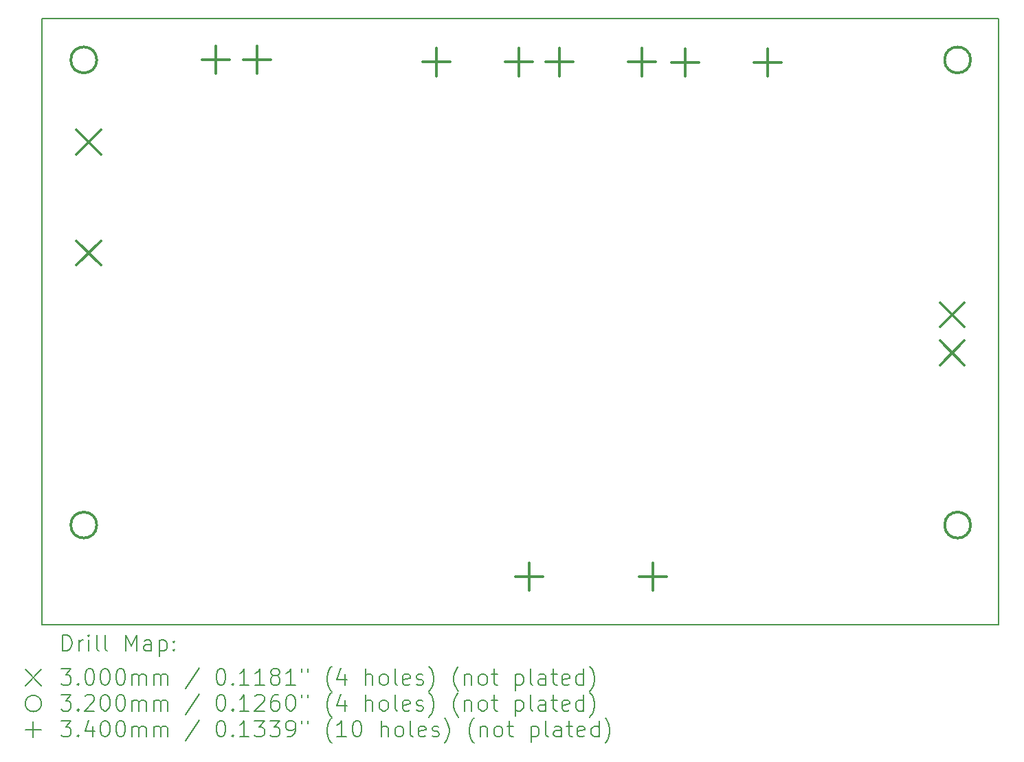
<source format=gbr>
%TF.GenerationSoftware,KiCad,Pcbnew,9.0.1*%
%TF.CreationDate,2025-06-09T14:32:22-07:00*%
%TF.ProjectId,chop-controller-heat-v2,63686f70-2d63-46f6-9e74-726f6c6c6572,rev?*%
%TF.SameCoordinates,Original*%
%TF.FileFunction,Drillmap*%
%TF.FilePolarity,Positive*%
%FSLAX45Y45*%
G04 Gerber Fmt 4.5, Leading zero omitted, Abs format (unit mm)*
G04 Created by KiCad (PCBNEW 9.0.1) date 2025-06-09 14:32:22*
%MOMM*%
%LPD*%
G01*
G04 APERTURE LIST*
%ADD10C,0.200000*%
%ADD11C,0.300000*%
%ADD12C,0.320000*%
%ADD13C,0.340000*%
G04 APERTURE END LIST*
D10*
X8502664Y-4891532D02*
X20288264Y-4891532D01*
X20288264Y-12369532D01*
X8502664Y-12369532D01*
X8502664Y-4891532D01*
D11*
X8922680Y-6265280D02*
X9222680Y-6565280D01*
X9222680Y-6265280D02*
X8922680Y-6565280D01*
X8922680Y-7635280D02*
X9222680Y-7935280D01*
X9222680Y-7635280D02*
X8922680Y-7935280D01*
X19562400Y-8396000D02*
X19862400Y-8696000D01*
X19862400Y-8396000D02*
X19562400Y-8696000D01*
X19562400Y-8866000D02*
X19862400Y-9166000D01*
X19862400Y-8866000D02*
X19562400Y-9166000D01*
D12*
X9174080Y-5402200D02*
G75*
G02*
X8854080Y-5402200I-160000J0D01*
G01*
X8854080Y-5402200D02*
G75*
G02*
X9174080Y-5402200I160000J0D01*
G01*
X9174080Y-11138700D02*
G75*
G02*
X8854080Y-11138700I-160000J0D01*
G01*
X8854080Y-11138700D02*
G75*
G02*
X9174080Y-11138700I160000J0D01*
G01*
X19939360Y-5402200D02*
G75*
G02*
X19619360Y-5402200I-160000J0D01*
G01*
X19619360Y-5402200D02*
G75*
G02*
X19939360Y-5402200I160000J0D01*
G01*
X19939360Y-11138700D02*
G75*
G02*
X19619360Y-11138700I-160000J0D01*
G01*
X19619360Y-11138700D02*
G75*
G02*
X19939360Y-11138700I160000J0D01*
G01*
D13*
X10642564Y-5226932D02*
X10642564Y-5566932D01*
X10472564Y-5396932D02*
X10812564Y-5396932D01*
X11150564Y-5226932D02*
X11150564Y-5566932D01*
X10980564Y-5396932D02*
X11320564Y-5396932D01*
X13355764Y-5259332D02*
X13355764Y-5599332D01*
X13185764Y-5429332D02*
X13525764Y-5429332D01*
X14371764Y-5259332D02*
X14371764Y-5599332D01*
X14201764Y-5429332D02*
X14541764Y-5429332D01*
X14505040Y-11603900D02*
X14505040Y-11943900D01*
X14335040Y-11773900D02*
X14675040Y-11773900D01*
X14876364Y-5259332D02*
X14876364Y-5599332D01*
X14706364Y-5429332D02*
X15046364Y-5429332D01*
X15892364Y-5259332D02*
X15892364Y-5599332D01*
X15722364Y-5429332D02*
X16062364Y-5429332D01*
X16029040Y-11603900D02*
X16029040Y-11943900D01*
X15859040Y-11773900D02*
X16199040Y-11773900D01*
X16424089Y-5264407D02*
X16424089Y-5604407D01*
X16254089Y-5434407D02*
X16594089Y-5434407D01*
X17440089Y-5264407D02*
X17440089Y-5604407D01*
X17270089Y-5434407D02*
X17610089Y-5434407D01*
D10*
X8753441Y-12691016D02*
X8753441Y-12491016D01*
X8753441Y-12491016D02*
X8801060Y-12491016D01*
X8801060Y-12491016D02*
X8829631Y-12500540D01*
X8829631Y-12500540D02*
X8848679Y-12519587D01*
X8848679Y-12519587D02*
X8858203Y-12538635D01*
X8858203Y-12538635D02*
X8867726Y-12576730D01*
X8867726Y-12576730D02*
X8867726Y-12605302D01*
X8867726Y-12605302D02*
X8858203Y-12643397D01*
X8858203Y-12643397D02*
X8848679Y-12662444D01*
X8848679Y-12662444D02*
X8829631Y-12681492D01*
X8829631Y-12681492D02*
X8801060Y-12691016D01*
X8801060Y-12691016D02*
X8753441Y-12691016D01*
X8953441Y-12691016D02*
X8953441Y-12557683D01*
X8953441Y-12595778D02*
X8962964Y-12576730D01*
X8962964Y-12576730D02*
X8972488Y-12567206D01*
X8972488Y-12567206D02*
X8991536Y-12557683D01*
X8991536Y-12557683D02*
X9010584Y-12557683D01*
X9077250Y-12691016D02*
X9077250Y-12557683D01*
X9077250Y-12491016D02*
X9067726Y-12500540D01*
X9067726Y-12500540D02*
X9077250Y-12510064D01*
X9077250Y-12510064D02*
X9086774Y-12500540D01*
X9086774Y-12500540D02*
X9077250Y-12491016D01*
X9077250Y-12491016D02*
X9077250Y-12510064D01*
X9201060Y-12691016D02*
X9182012Y-12681492D01*
X9182012Y-12681492D02*
X9172488Y-12662444D01*
X9172488Y-12662444D02*
X9172488Y-12491016D01*
X9305822Y-12691016D02*
X9286774Y-12681492D01*
X9286774Y-12681492D02*
X9277250Y-12662444D01*
X9277250Y-12662444D02*
X9277250Y-12491016D01*
X9534393Y-12691016D02*
X9534393Y-12491016D01*
X9534393Y-12491016D02*
X9601060Y-12633873D01*
X9601060Y-12633873D02*
X9667726Y-12491016D01*
X9667726Y-12491016D02*
X9667726Y-12691016D01*
X9848679Y-12691016D02*
X9848679Y-12586254D01*
X9848679Y-12586254D02*
X9839155Y-12567206D01*
X9839155Y-12567206D02*
X9820107Y-12557683D01*
X9820107Y-12557683D02*
X9782012Y-12557683D01*
X9782012Y-12557683D02*
X9762964Y-12567206D01*
X9848679Y-12681492D02*
X9829631Y-12691016D01*
X9829631Y-12691016D02*
X9782012Y-12691016D01*
X9782012Y-12691016D02*
X9762964Y-12681492D01*
X9762964Y-12681492D02*
X9753441Y-12662444D01*
X9753441Y-12662444D02*
X9753441Y-12643397D01*
X9753441Y-12643397D02*
X9762964Y-12624349D01*
X9762964Y-12624349D02*
X9782012Y-12614825D01*
X9782012Y-12614825D02*
X9829631Y-12614825D01*
X9829631Y-12614825D02*
X9848679Y-12605302D01*
X9943917Y-12557683D02*
X9943917Y-12757683D01*
X9943917Y-12567206D02*
X9962964Y-12557683D01*
X9962964Y-12557683D02*
X10001060Y-12557683D01*
X10001060Y-12557683D02*
X10020107Y-12567206D01*
X10020107Y-12567206D02*
X10029631Y-12576730D01*
X10029631Y-12576730D02*
X10039155Y-12595778D01*
X10039155Y-12595778D02*
X10039155Y-12652921D01*
X10039155Y-12652921D02*
X10029631Y-12671968D01*
X10029631Y-12671968D02*
X10020107Y-12681492D01*
X10020107Y-12681492D02*
X10001060Y-12691016D01*
X10001060Y-12691016D02*
X9962964Y-12691016D01*
X9962964Y-12691016D02*
X9943917Y-12681492D01*
X10124869Y-12671968D02*
X10134393Y-12681492D01*
X10134393Y-12681492D02*
X10124869Y-12691016D01*
X10124869Y-12691016D02*
X10115345Y-12681492D01*
X10115345Y-12681492D02*
X10124869Y-12671968D01*
X10124869Y-12671968D02*
X10124869Y-12691016D01*
X10124869Y-12567206D02*
X10134393Y-12576730D01*
X10134393Y-12576730D02*
X10124869Y-12586254D01*
X10124869Y-12586254D02*
X10115345Y-12576730D01*
X10115345Y-12576730D02*
X10124869Y-12567206D01*
X10124869Y-12567206D02*
X10124869Y-12586254D01*
X8292664Y-12919532D02*
X8492664Y-13119532D01*
X8492664Y-12919532D02*
X8292664Y-13119532D01*
X8734393Y-12911016D02*
X8858203Y-12911016D01*
X8858203Y-12911016D02*
X8791536Y-12987206D01*
X8791536Y-12987206D02*
X8820107Y-12987206D01*
X8820107Y-12987206D02*
X8839155Y-12996730D01*
X8839155Y-12996730D02*
X8848679Y-13006254D01*
X8848679Y-13006254D02*
X8858203Y-13025302D01*
X8858203Y-13025302D02*
X8858203Y-13072921D01*
X8858203Y-13072921D02*
X8848679Y-13091968D01*
X8848679Y-13091968D02*
X8839155Y-13101492D01*
X8839155Y-13101492D02*
X8820107Y-13111016D01*
X8820107Y-13111016D02*
X8762964Y-13111016D01*
X8762964Y-13111016D02*
X8743917Y-13101492D01*
X8743917Y-13101492D02*
X8734393Y-13091968D01*
X8943917Y-13091968D02*
X8953441Y-13101492D01*
X8953441Y-13101492D02*
X8943917Y-13111016D01*
X8943917Y-13111016D02*
X8934393Y-13101492D01*
X8934393Y-13101492D02*
X8943917Y-13091968D01*
X8943917Y-13091968D02*
X8943917Y-13111016D01*
X9077250Y-12911016D02*
X9096298Y-12911016D01*
X9096298Y-12911016D02*
X9115345Y-12920540D01*
X9115345Y-12920540D02*
X9124869Y-12930064D01*
X9124869Y-12930064D02*
X9134393Y-12949111D01*
X9134393Y-12949111D02*
X9143917Y-12987206D01*
X9143917Y-12987206D02*
X9143917Y-13034825D01*
X9143917Y-13034825D02*
X9134393Y-13072921D01*
X9134393Y-13072921D02*
X9124869Y-13091968D01*
X9124869Y-13091968D02*
X9115345Y-13101492D01*
X9115345Y-13101492D02*
X9096298Y-13111016D01*
X9096298Y-13111016D02*
X9077250Y-13111016D01*
X9077250Y-13111016D02*
X9058203Y-13101492D01*
X9058203Y-13101492D02*
X9048679Y-13091968D01*
X9048679Y-13091968D02*
X9039155Y-13072921D01*
X9039155Y-13072921D02*
X9029631Y-13034825D01*
X9029631Y-13034825D02*
X9029631Y-12987206D01*
X9029631Y-12987206D02*
X9039155Y-12949111D01*
X9039155Y-12949111D02*
X9048679Y-12930064D01*
X9048679Y-12930064D02*
X9058203Y-12920540D01*
X9058203Y-12920540D02*
X9077250Y-12911016D01*
X9267726Y-12911016D02*
X9286774Y-12911016D01*
X9286774Y-12911016D02*
X9305822Y-12920540D01*
X9305822Y-12920540D02*
X9315345Y-12930064D01*
X9315345Y-12930064D02*
X9324869Y-12949111D01*
X9324869Y-12949111D02*
X9334393Y-12987206D01*
X9334393Y-12987206D02*
X9334393Y-13034825D01*
X9334393Y-13034825D02*
X9324869Y-13072921D01*
X9324869Y-13072921D02*
X9315345Y-13091968D01*
X9315345Y-13091968D02*
X9305822Y-13101492D01*
X9305822Y-13101492D02*
X9286774Y-13111016D01*
X9286774Y-13111016D02*
X9267726Y-13111016D01*
X9267726Y-13111016D02*
X9248679Y-13101492D01*
X9248679Y-13101492D02*
X9239155Y-13091968D01*
X9239155Y-13091968D02*
X9229631Y-13072921D01*
X9229631Y-13072921D02*
X9220107Y-13034825D01*
X9220107Y-13034825D02*
X9220107Y-12987206D01*
X9220107Y-12987206D02*
X9229631Y-12949111D01*
X9229631Y-12949111D02*
X9239155Y-12930064D01*
X9239155Y-12930064D02*
X9248679Y-12920540D01*
X9248679Y-12920540D02*
X9267726Y-12911016D01*
X9458203Y-12911016D02*
X9477250Y-12911016D01*
X9477250Y-12911016D02*
X9496298Y-12920540D01*
X9496298Y-12920540D02*
X9505822Y-12930064D01*
X9505822Y-12930064D02*
X9515345Y-12949111D01*
X9515345Y-12949111D02*
X9524869Y-12987206D01*
X9524869Y-12987206D02*
X9524869Y-13034825D01*
X9524869Y-13034825D02*
X9515345Y-13072921D01*
X9515345Y-13072921D02*
X9505822Y-13091968D01*
X9505822Y-13091968D02*
X9496298Y-13101492D01*
X9496298Y-13101492D02*
X9477250Y-13111016D01*
X9477250Y-13111016D02*
X9458203Y-13111016D01*
X9458203Y-13111016D02*
X9439155Y-13101492D01*
X9439155Y-13101492D02*
X9429631Y-13091968D01*
X9429631Y-13091968D02*
X9420107Y-13072921D01*
X9420107Y-13072921D02*
X9410584Y-13034825D01*
X9410584Y-13034825D02*
X9410584Y-12987206D01*
X9410584Y-12987206D02*
X9420107Y-12949111D01*
X9420107Y-12949111D02*
X9429631Y-12930064D01*
X9429631Y-12930064D02*
X9439155Y-12920540D01*
X9439155Y-12920540D02*
X9458203Y-12911016D01*
X9610584Y-13111016D02*
X9610584Y-12977683D01*
X9610584Y-12996730D02*
X9620107Y-12987206D01*
X9620107Y-12987206D02*
X9639155Y-12977683D01*
X9639155Y-12977683D02*
X9667726Y-12977683D01*
X9667726Y-12977683D02*
X9686774Y-12987206D01*
X9686774Y-12987206D02*
X9696298Y-13006254D01*
X9696298Y-13006254D02*
X9696298Y-13111016D01*
X9696298Y-13006254D02*
X9705822Y-12987206D01*
X9705822Y-12987206D02*
X9724869Y-12977683D01*
X9724869Y-12977683D02*
X9753441Y-12977683D01*
X9753441Y-12977683D02*
X9772488Y-12987206D01*
X9772488Y-12987206D02*
X9782012Y-13006254D01*
X9782012Y-13006254D02*
X9782012Y-13111016D01*
X9877250Y-13111016D02*
X9877250Y-12977683D01*
X9877250Y-12996730D02*
X9886774Y-12987206D01*
X9886774Y-12987206D02*
X9905822Y-12977683D01*
X9905822Y-12977683D02*
X9934393Y-12977683D01*
X9934393Y-12977683D02*
X9953441Y-12987206D01*
X9953441Y-12987206D02*
X9962965Y-13006254D01*
X9962965Y-13006254D02*
X9962965Y-13111016D01*
X9962965Y-13006254D02*
X9972488Y-12987206D01*
X9972488Y-12987206D02*
X9991536Y-12977683D01*
X9991536Y-12977683D02*
X10020107Y-12977683D01*
X10020107Y-12977683D02*
X10039155Y-12987206D01*
X10039155Y-12987206D02*
X10048679Y-13006254D01*
X10048679Y-13006254D02*
X10048679Y-13111016D01*
X10439155Y-12901492D02*
X10267727Y-13158635D01*
X10696298Y-12911016D02*
X10715346Y-12911016D01*
X10715346Y-12911016D02*
X10734393Y-12920540D01*
X10734393Y-12920540D02*
X10743917Y-12930064D01*
X10743917Y-12930064D02*
X10753441Y-12949111D01*
X10753441Y-12949111D02*
X10762965Y-12987206D01*
X10762965Y-12987206D02*
X10762965Y-13034825D01*
X10762965Y-13034825D02*
X10753441Y-13072921D01*
X10753441Y-13072921D02*
X10743917Y-13091968D01*
X10743917Y-13091968D02*
X10734393Y-13101492D01*
X10734393Y-13101492D02*
X10715346Y-13111016D01*
X10715346Y-13111016D02*
X10696298Y-13111016D01*
X10696298Y-13111016D02*
X10677250Y-13101492D01*
X10677250Y-13101492D02*
X10667727Y-13091968D01*
X10667727Y-13091968D02*
X10658203Y-13072921D01*
X10658203Y-13072921D02*
X10648679Y-13034825D01*
X10648679Y-13034825D02*
X10648679Y-12987206D01*
X10648679Y-12987206D02*
X10658203Y-12949111D01*
X10658203Y-12949111D02*
X10667727Y-12930064D01*
X10667727Y-12930064D02*
X10677250Y-12920540D01*
X10677250Y-12920540D02*
X10696298Y-12911016D01*
X10848679Y-13091968D02*
X10858203Y-13101492D01*
X10858203Y-13101492D02*
X10848679Y-13111016D01*
X10848679Y-13111016D02*
X10839155Y-13101492D01*
X10839155Y-13101492D02*
X10848679Y-13091968D01*
X10848679Y-13091968D02*
X10848679Y-13111016D01*
X11048679Y-13111016D02*
X10934393Y-13111016D01*
X10991536Y-13111016D02*
X10991536Y-12911016D01*
X10991536Y-12911016D02*
X10972488Y-12939587D01*
X10972488Y-12939587D02*
X10953441Y-12958635D01*
X10953441Y-12958635D02*
X10934393Y-12968159D01*
X11239155Y-13111016D02*
X11124869Y-13111016D01*
X11182012Y-13111016D02*
X11182012Y-12911016D01*
X11182012Y-12911016D02*
X11162965Y-12939587D01*
X11162965Y-12939587D02*
X11143917Y-12958635D01*
X11143917Y-12958635D02*
X11124869Y-12968159D01*
X11353441Y-12996730D02*
X11334393Y-12987206D01*
X11334393Y-12987206D02*
X11324869Y-12977683D01*
X11324869Y-12977683D02*
X11315346Y-12958635D01*
X11315346Y-12958635D02*
X11315346Y-12949111D01*
X11315346Y-12949111D02*
X11324869Y-12930064D01*
X11324869Y-12930064D02*
X11334393Y-12920540D01*
X11334393Y-12920540D02*
X11353441Y-12911016D01*
X11353441Y-12911016D02*
X11391536Y-12911016D01*
X11391536Y-12911016D02*
X11410584Y-12920540D01*
X11410584Y-12920540D02*
X11420107Y-12930064D01*
X11420107Y-12930064D02*
X11429631Y-12949111D01*
X11429631Y-12949111D02*
X11429631Y-12958635D01*
X11429631Y-12958635D02*
X11420107Y-12977683D01*
X11420107Y-12977683D02*
X11410584Y-12987206D01*
X11410584Y-12987206D02*
X11391536Y-12996730D01*
X11391536Y-12996730D02*
X11353441Y-12996730D01*
X11353441Y-12996730D02*
X11334393Y-13006254D01*
X11334393Y-13006254D02*
X11324869Y-13015778D01*
X11324869Y-13015778D02*
X11315346Y-13034825D01*
X11315346Y-13034825D02*
X11315346Y-13072921D01*
X11315346Y-13072921D02*
X11324869Y-13091968D01*
X11324869Y-13091968D02*
X11334393Y-13101492D01*
X11334393Y-13101492D02*
X11353441Y-13111016D01*
X11353441Y-13111016D02*
X11391536Y-13111016D01*
X11391536Y-13111016D02*
X11410584Y-13101492D01*
X11410584Y-13101492D02*
X11420107Y-13091968D01*
X11420107Y-13091968D02*
X11429631Y-13072921D01*
X11429631Y-13072921D02*
X11429631Y-13034825D01*
X11429631Y-13034825D02*
X11420107Y-13015778D01*
X11420107Y-13015778D02*
X11410584Y-13006254D01*
X11410584Y-13006254D02*
X11391536Y-12996730D01*
X11620107Y-13111016D02*
X11505822Y-13111016D01*
X11562965Y-13111016D02*
X11562965Y-12911016D01*
X11562965Y-12911016D02*
X11543917Y-12939587D01*
X11543917Y-12939587D02*
X11524869Y-12958635D01*
X11524869Y-12958635D02*
X11505822Y-12968159D01*
X11696298Y-12911016D02*
X11696298Y-12949111D01*
X11772488Y-12911016D02*
X11772488Y-12949111D01*
X12067727Y-13187206D02*
X12058203Y-13177683D01*
X12058203Y-13177683D02*
X12039155Y-13149111D01*
X12039155Y-13149111D02*
X12029631Y-13130064D01*
X12029631Y-13130064D02*
X12020108Y-13101492D01*
X12020108Y-13101492D02*
X12010584Y-13053873D01*
X12010584Y-13053873D02*
X12010584Y-13015778D01*
X12010584Y-13015778D02*
X12020108Y-12968159D01*
X12020108Y-12968159D02*
X12029631Y-12939587D01*
X12029631Y-12939587D02*
X12039155Y-12920540D01*
X12039155Y-12920540D02*
X12058203Y-12891968D01*
X12058203Y-12891968D02*
X12067727Y-12882444D01*
X12229631Y-12977683D02*
X12229631Y-13111016D01*
X12182012Y-12901492D02*
X12134393Y-13044349D01*
X12134393Y-13044349D02*
X12258203Y-13044349D01*
X12486774Y-13111016D02*
X12486774Y-12911016D01*
X12572489Y-13111016D02*
X12572489Y-13006254D01*
X12572489Y-13006254D02*
X12562965Y-12987206D01*
X12562965Y-12987206D02*
X12543917Y-12977683D01*
X12543917Y-12977683D02*
X12515346Y-12977683D01*
X12515346Y-12977683D02*
X12496298Y-12987206D01*
X12496298Y-12987206D02*
X12486774Y-12996730D01*
X12696298Y-13111016D02*
X12677250Y-13101492D01*
X12677250Y-13101492D02*
X12667727Y-13091968D01*
X12667727Y-13091968D02*
X12658203Y-13072921D01*
X12658203Y-13072921D02*
X12658203Y-13015778D01*
X12658203Y-13015778D02*
X12667727Y-12996730D01*
X12667727Y-12996730D02*
X12677250Y-12987206D01*
X12677250Y-12987206D02*
X12696298Y-12977683D01*
X12696298Y-12977683D02*
X12724870Y-12977683D01*
X12724870Y-12977683D02*
X12743917Y-12987206D01*
X12743917Y-12987206D02*
X12753441Y-12996730D01*
X12753441Y-12996730D02*
X12762965Y-13015778D01*
X12762965Y-13015778D02*
X12762965Y-13072921D01*
X12762965Y-13072921D02*
X12753441Y-13091968D01*
X12753441Y-13091968D02*
X12743917Y-13101492D01*
X12743917Y-13101492D02*
X12724870Y-13111016D01*
X12724870Y-13111016D02*
X12696298Y-13111016D01*
X12877250Y-13111016D02*
X12858203Y-13101492D01*
X12858203Y-13101492D02*
X12848679Y-13082444D01*
X12848679Y-13082444D02*
X12848679Y-12911016D01*
X13029631Y-13101492D02*
X13010584Y-13111016D01*
X13010584Y-13111016D02*
X12972489Y-13111016D01*
X12972489Y-13111016D02*
X12953441Y-13101492D01*
X12953441Y-13101492D02*
X12943917Y-13082444D01*
X12943917Y-13082444D02*
X12943917Y-13006254D01*
X12943917Y-13006254D02*
X12953441Y-12987206D01*
X12953441Y-12987206D02*
X12972489Y-12977683D01*
X12972489Y-12977683D02*
X13010584Y-12977683D01*
X13010584Y-12977683D02*
X13029631Y-12987206D01*
X13029631Y-12987206D02*
X13039155Y-13006254D01*
X13039155Y-13006254D02*
X13039155Y-13025302D01*
X13039155Y-13025302D02*
X12943917Y-13044349D01*
X13115346Y-13101492D02*
X13134393Y-13111016D01*
X13134393Y-13111016D02*
X13172489Y-13111016D01*
X13172489Y-13111016D02*
X13191536Y-13101492D01*
X13191536Y-13101492D02*
X13201060Y-13082444D01*
X13201060Y-13082444D02*
X13201060Y-13072921D01*
X13201060Y-13072921D02*
X13191536Y-13053873D01*
X13191536Y-13053873D02*
X13172489Y-13044349D01*
X13172489Y-13044349D02*
X13143917Y-13044349D01*
X13143917Y-13044349D02*
X13124870Y-13034825D01*
X13124870Y-13034825D02*
X13115346Y-13015778D01*
X13115346Y-13015778D02*
X13115346Y-13006254D01*
X13115346Y-13006254D02*
X13124870Y-12987206D01*
X13124870Y-12987206D02*
X13143917Y-12977683D01*
X13143917Y-12977683D02*
X13172489Y-12977683D01*
X13172489Y-12977683D02*
X13191536Y-12987206D01*
X13267727Y-13187206D02*
X13277251Y-13177683D01*
X13277251Y-13177683D02*
X13296298Y-13149111D01*
X13296298Y-13149111D02*
X13305822Y-13130064D01*
X13305822Y-13130064D02*
X13315346Y-13101492D01*
X13315346Y-13101492D02*
X13324870Y-13053873D01*
X13324870Y-13053873D02*
X13324870Y-13015778D01*
X13324870Y-13015778D02*
X13315346Y-12968159D01*
X13315346Y-12968159D02*
X13305822Y-12939587D01*
X13305822Y-12939587D02*
X13296298Y-12920540D01*
X13296298Y-12920540D02*
X13277251Y-12891968D01*
X13277251Y-12891968D02*
X13267727Y-12882444D01*
X13629632Y-13187206D02*
X13620108Y-13177683D01*
X13620108Y-13177683D02*
X13601060Y-13149111D01*
X13601060Y-13149111D02*
X13591536Y-13130064D01*
X13591536Y-13130064D02*
X13582012Y-13101492D01*
X13582012Y-13101492D02*
X13572489Y-13053873D01*
X13572489Y-13053873D02*
X13572489Y-13015778D01*
X13572489Y-13015778D02*
X13582012Y-12968159D01*
X13582012Y-12968159D02*
X13591536Y-12939587D01*
X13591536Y-12939587D02*
X13601060Y-12920540D01*
X13601060Y-12920540D02*
X13620108Y-12891968D01*
X13620108Y-12891968D02*
X13629632Y-12882444D01*
X13705822Y-12977683D02*
X13705822Y-13111016D01*
X13705822Y-12996730D02*
X13715346Y-12987206D01*
X13715346Y-12987206D02*
X13734393Y-12977683D01*
X13734393Y-12977683D02*
X13762965Y-12977683D01*
X13762965Y-12977683D02*
X13782012Y-12987206D01*
X13782012Y-12987206D02*
X13791536Y-13006254D01*
X13791536Y-13006254D02*
X13791536Y-13111016D01*
X13915346Y-13111016D02*
X13896298Y-13101492D01*
X13896298Y-13101492D02*
X13886774Y-13091968D01*
X13886774Y-13091968D02*
X13877251Y-13072921D01*
X13877251Y-13072921D02*
X13877251Y-13015778D01*
X13877251Y-13015778D02*
X13886774Y-12996730D01*
X13886774Y-12996730D02*
X13896298Y-12987206D01*
X13896298Y-12987206D02*
X13915346Y-12977683D01*
X13915346Y-12977683D02*
X13943917Y-12977683D01*
X13943917Y-12977683D02*
X13962965Y-12987206D01*
X13962965Y-12987206D02*
X13972489Y-12996730D01*
X13972489Y-12996730D02*
X13982012Y-13015778D01*
X13982012Y-13015778D02*
X13982012Y-13072921D01*
X13982012Y-13072921D02*
X13972489Y-13091968D01*
X13972489Y-13091968D02*
X13962965Y-13101492D01*
X13962965Y-13101492D02*
X13943917Y-13111016D01*
X13943917Y-13111016D02*
X13915346Y-13111016D01*
X14039155Y-12977683D02*
X14115346Y-12977683D01*
X14067727Y-12911016D02*
X14067727Y-13082444D01*
X14067727Y-13082444D02*
X14077251Y-13101492D01*
X14077251Y-13101492D02*
X14096298Y-13111016D01*
X14096298Y-13111016D02*
X14115346Y-13111016D01*
X14334393Y-12977683D02*
X14334393Y-13177683D01*
X14334393Y-12987206D02*
X14353441Y-12977683D01*
X14353441Y-12977683D02*
X14391536Y-12977683D01*
X14391536Y-12977683D02*
X14410584Y-12987206D01*
X14410584Y-12987206D02*
X14420108Y-12996730D01*
X14420108Y-12996730D02*
X14429632Y-13015778D01*
X14429632Y-13015778D02*
X14429632Y-13072921D01*
X14429632Y-13072921D02*
X14420108Y-13091968D01*
X14420108Y-13091968D02*
X14410584Y-13101492D01*
X14410584Y-13101492D02*
X14391536Y-13111016D01*
X14391536Y-13111016D02*
X14353441Y-13111016D01*
X14353441Y-13111016D02*
X14334393Y-13101492D01*
X14543917Y-13111016D02*
X14524870Y-13101492D01*
X14524870Y-13101492D02*
X14515346Y-13082444D01*
X14515346Y-13082444D02*
X14515346Y-12911016D01*
X14705822Y-13111016D02*
X14705822Y-13006254D01*
X14705822Y-13006254D02*
X14696298Y-12987206D01*
X14696298Y-12987206D02*
X14677251Y-12977683D01*
X14677251Y-12977683D02*
X14639155Y-12977683D01*
X14639155Y-12977683D02*
X14620108Y-12987206D01*
X14705822Y-13101492D02*
X14686774Y-13111016D01*
X14686774Y-13111016D02*
X14639155Y-13111016D01*
X14639155Y-13111016D02*
X14620108Y-13101492D01*
X14620108Y-13101492D02*
X14610584Y-13082444D01*
X14610584Y-13082444D02*
X14610584Y-13063397D01*
X14610584Y-13063397D02*
X14620108Y-13044349D01*
X14620108Y-13044349D02*
X14639155Y-13034825D01*
X14639155Y-13034825D02*
X14686774Y-13034825D01*
X14686774Y-13034825D02*
X14705822Y-13025302D01*
X14772489Y-12977683D02*
X14848679Y-12977683D01*
X14801060Y-12911016D02*
X14801060Y-13082444D01*
X14801060Y-13082444D02*
X14810584Y-13101492D01*
X14810584Y-13101492D02*
X14829632Y-13111016D01*
X14829632Y-13111016D02*
X14848679Y-13111016D01*
X14991536Y-13101492D02*
X14972489Y-13111016D01*
X14972489Y-13111016D02*
X14934393Y-13111016D01*
X14934393Y-13111016D02*
X14915346Y-13101492D01*
X14915346Y-13101492D02*
X14905822Y-13082444D01*
X14905822Y-13082444D02*
X14905822Y-13006254D01*
X14905822Y-13006254D02*
X14915346Y-12987206D01*
X14915346Y-12987206D02*
X14934393Y-12977683D01*
X14934393Y-12977683D02*
X14972489Y-12977683D01*
X14972489Y-12977683D02*
X14991536Y-12987206D01*
X14991536Y-12987206D02*
X15001060Y-13006254D01*
X15001060Y-13006254D02*
X15001060Y-13025302D01*
X15001060Y-13025302D02*
X14905822Y-13044349D01*
X15172489Y-13111016D02*
X15172489Y-12911016D01*
X15172489Y-13101492D02*
X15153441Y-13111016D01*
X15153441Y-13111016D02*
X15115346Y-13111016D01*
X15115346Y-13111016D02*
X15096298Y-13101492D01*
X15096298Y-13101492D02*
X15086774Y-13091968D01*
X15086774Y-13091968D02*
X15077251Y-13072921D01*
X15077251Y-13072921D02*
X15077251Y-13015778D01*
X15077251Y-13015778D02*
X15086774Y-12996730D01*
X15086774Y-12996730D02*
X15096298Y-12987206D01*
X15096298Y-12987206D02*
X15115346Y-12977683D01*
X15115346Y-12977683D02*
X15153441Y-12977683D01*
X15153441Y-12977683D02*
X15172489Y-12987206D01*
X15248679Y-13187206D02*
X15258203Y-13177683D01*
X15258203Y-13177683D02*
X15277251Y-13149111D01*
X15277251Y-13149111D02*
X15286774Y-13130064D01*
X15286774Y-13130064D02*
X15296298Y-13101492D01*
X15296298Y-13101492D02*
X15305822Y-13053873D01*
X15305822Y-13053873D02*
X15305822Y-13015778D01*
X15305822Y-13015778D02*
X15296298Y-12968159D01*
X15296298Y-12968159D02*
X15286774Y-12939587D01*
X15286774Y-12939587D02*
X15277251Y-12920540D01*
X15277251Y-12920540D02*
X15258203Y-12891968D01*
X15258203Y-12891968D02*
X15248679Y-12882444D01*
X8492664Y-13339532D02*
G75*
G02*
X8292664Y-13339532I-100000J0D01*
G01*
X8292664Y-13339532D02*
G75*
G02*
X8492664Y-13339532I100000J0D01*
G01*
X8734393Y-13231016D02*
X8858203Y-13231016D01*
X8858203Y-13231016D02*
X8791536Y-13307206D01*
X8791536Y-13307206D02*
X8820107Y-13307206D01*
X8820107Y-13307206D02*
X8839155Y-13316730D01*
X8839155Y-13316730D02*
X8848679Y-13326254D01*
X8848679Y-13326254D02*
X8858203Y-13345302D01*
X8858203Y-13345302D02*
X8858203Y-13392921D01*
X8858203Y-13392921D02*
X8848679Y-13411968D01*
X8848679Y-13411968D02*
X8839155Y-13421492D01*
X8839155Y-13421492D02*
X8820107Y-13431016D01*
X8820107Y-13431016D02*
X8762964Y-13431016D01*
X8762964Y-13431016D02*
X8743917Y-13421492D01*
X8743917Y-13421492D02*
X8734393Y-13411968D01*
X8943917Y-13411968D02*
X8953441Y-13421492D01*
X8953441Y-13421492D02*
X8943917Y-13431016D01*
X8943917Y-13431016D02*
X8934393Y-13421492D01*
X8934393Y-13421492D02*
X8943917Y-13411968D01*
X8943917Y-13411968D02*
X8943917Y-13431016D01*
X9029631Y-13250064D02*
X9039155Y-13240540D01*
X9039155Y-13240540D02*
X9058203Y-13231016D01*
X9058203Y-13231016D02*
X9105822Y-13231016D01*
X9105822Y-13231016D02*
X9124869Y-13240540D01*
X9124869Y-13240540D02*
X9134393Y-13250064D01*
X9134393Y-13250064D02*
X9143917Y-13269111D01*
X9143917Y-13269111D02*
X9143917Y-13288159D01*
X9143917Y-13288159D02*
X9134393Y-13316730D01*
X9134393Y-13316730D02*
X9020107Y-13431016D01*
X9020107Y-13431016D02*
X9143917Y-13431016D01*
X9267726Y-13231016D02*
X9286774Y-13231016D01*
X9286774Y-13231016D02*
X9305822Y-13240540D01*
X9305822Y-13240540D02*
X9315345Y-13250064D01*
X9315345Y-13250064D02*
X9324869Y-13269111D01*
X9324869Y-13269111D02*
X9334393Y-13307206D01*
X9334393Y-13307206D02*
X9334393Y-13354825D01*
X9334393Y-13354825D02*
X9324869Y-13392921D01*
X9324869Y-13392921D02*
X9315345Y-13411968D01*
X9315345Y-13411968D02*
X9305822Y-13421492D01*
X9305822Y-13421492D02*
X9286774Y-13431016D01*
X9286774Y-13431016D02*
X9267726Y-13431016D01*
X9267726Y-13431016D02*
X9248679Y-13421492D01*
X9248679Y-13421492D02*
X9239155Y-13411968D01*
X9239155Y-13411968D02*
X9229631Y-13392921D01*
X9229631Y-13392921D02*
X9220107Y-13354825D01*
X9220107Y-13354825D02*
X9220107Y-13307206D01*
X9220107Y-13307206D02*
X9229631Y-13269111D01*
X9229631Y-13269111D02*
X9239155Y-13250064D01*
X9239155Y-13250064D02*
X9248679Y-13240540D01*
X9248679Y-13240540D02*
X9267726Y-13231016D01*
X9458203Y-13231016D02*
X9477250Y-13231016D01*
X9477250Y-13231016D02*
X9496298Y-13240540D01*
X9496298Y-13240540D02*
X9505822Y-13250064D01*
X9505822Y-13250064D02*
X9515345Y-13269111D01*
X9515345Y-13269111D02*
X9524869Y-13307206D01*
X9524869Y-13307206D02*
X9524869Y-13354825D01*
X9524869Y-13354825D02*
X9515345Y-13392921D01*
X9515345Y-13392921D02*
X9505822Y-13411968D01*
X9505822Y-13411968D02*
X9496298Y-13421492D01*
X9496298Y-13421492D02*
X9477250Y-13431016D01*
X9477250Y-13431016D02*
X9458203Y-13431016D01*
X9458203Y-13431016D02*
X9439155Y-13421492D01*
X9439155Y-13421492D02*
X9429631Y-13411968D01*
X9429631Y-13411968D02*
X9420107Y-13392921D01*
X9420107Y-13392921D02*
X9410584Y-13354825D01*
X9410584Y-13354825D02*
X9410584Y-13307206D01*
X9410584Y-13307206D02*
X9420107Y-13269111D01*
X9420107Y-13269111D02*
X9429631Y-13250064D01*
X9429631Y-13250064D02*
X9439155Y-13240540D01*
X9439155Y-13240540D02*
X9458203Y-13231016D01*
X9610584Y-13431016D02*
X9610584Y-13297683D01*
X9610584Y-13316730D02*
X9620107Y-13307206D01*
X9620107Y-13307206D02*
X9639155Y-13297683D01*
X9639155Y-13297683D02*
X9667726Y-13297683D01*
X9667726Y-13297683D02*
X9686774Y-13307206D01*
X9686774Y-13307206D02*
X9696298Y-13326254D01*
X9696298Y-13326254D02*
X9696298Y-13431016D01*
X9696298Y-13326254D02*
X9705822Y-13307206D01*
X9705822Y-13307206D02*
X9724869Y-13297683D01*
X9724869Y-13297683D02*
X9753441Y-13297683D01*
X9753441Y-13297683D02*
X9772488Y-13307206D01*
X9772488Y-13307206D02*
X9782012Y-13326254D01*
X9782012Y-13326254D02*
X9782012Y-13431016D01*
X9877250Y-13431016D02*
X9877250Y-13297683D01*
X9877250Y-13316730D02*
X9886774Y-13307206D01*
X9886774Y-13307206D02*
X9905822Y-13297683D01*
X9905822Y-13297683D02*
X9934393Y-13297683D01*
X9934393Y-13297683D02*
X9953441Y-13307206D01*
X9953441Y-13307206D02*
X9962965Y-13326254D01*
X9962965Y-13326254D02*
X9962965Y-13431016D01*
X9962965Y-13326254D02*
X9972488Y-13307206D01*
X9972488Y-13307206D02*
X9991536Y-13297683D01*
X9991536Y-13297683D02*
X10020107Y-13297683D01*
X10020107Y-13297683D02*
X10039155Y-13307206D01*
X10039155Y-13307206D02*
X10048679Y-13326254D01*
X10048679Y-13326254D02*
X10048679Y-13431016D01*
X10439155Y-13221492D02*
X10267727Y-13478635D01*
X10696298Y-13231016D02*
X10715346Y-13231016D01*
X10715346Y-13231016D02*
X10734393Y-13240540D01*
X10734393Y-13240540D02*
X10743917Y-13250064D01*
X10743917Y-13250064D02*
X10753441Y-13269111D01*
X10753441Y-13269111D02*
X10762965Y-13307206D01*
X10762965Y-13307206D02*
X10762965Y-13354825D01*
X10762965Y-13354825D02*
X10753441Y-13392921D01*
X10753441Y-13392921D02*
X10743917Y-13411968D01*
X10743917Y-13411968D02*
X10734393Y-13421492D01*
X10734393Y-13421492D02*
X10715346Y-13431016D01*
X10715346Y-13431016D02*
X10696298Y-13431016D01*
X10696298Y-13431016D02*
X10677250Y-13421492D01*
X10677250Y-13421492D02*
X10667727Y-13411968D01*
X10667727Y-13411968D02*
X10658203Y-13392921D01*
X10658203Y-13392921D02*
X10648679Y-13354825D01*
X10648679Y-13354825D02*
X10648679Y-13307206D01*
X10648679Y-13307206D02*
X10658203Y-13269111D01*
X10658203Y-13269111D02*
X10667727Y-13250064D01*
X10667727Y-13250064D02*
X10677250Y-13240540D01*
X10677250Y-13240540D02*
X10696298Y-13231016D01*
X10848679Y-13411968D02*
X10858203Y-13421492D01*
X10858203Y-13421492D02*
X10848679Y-13431016D01*
X10848679Y-13431016D02*
X10839155Y-13421492D01*
X10839155Y-13421492D02*
X10848679Y-13411968D01*
X10848679Y-13411968D02*
X10848679Y-13431016D01*
X11048679Y-13431016D02*
X10934393Y-13431016D01*
X10991536Y-13431016D02*
X10991536Y-13231016D01*
X10991536Y-13231016D02*
X10972488Y-13259587D01*
X10972488Y-13259587D02*
X10953441Y-13278635D01*
X10953441Y-13278635D02*
X10934393Y-13288159D01*
X11124869Y-13250064D02*
X11134393Y-13240540D01*
X11134393Y-13240540D02*
X11153441Y-13231016D01*
X11153441Y-13231016D02*
X11201060Y-13231016D01*
X11201060Y-13231016D02*
X11220107Y-13240540D01*
X11220107Y-13240540D02*
X11229631Y-13250064D01*
X11229631Y-13250064D02*
X11239155Y-13269111D01*
X11239155Y-13269111D02*
X11239155Y-13288159D01*
X11239155Y-13288159D02*
X11229631Y-13316730D01*
X11229631Y-13316730D02*
X11115346Y-13431016D01*
X11115346Y-13431016D02*
X11239155Y-13431016D01*
X11410584Y-13231016D02*
X11372488Y-13231016D01*
X11372488Y-13231016D02*
X11353441Y-13240540D01*
X11353441Y-13240540D02*
X11343917Y-13250064D01*
X11343917Y-13250064D02*
X11324869Y-13278635D01*
X11324869Y-13278635D02*
X11315346Y-13316730D01*
X11315346Y-13316730D02*
X11315346Y-13392921D01*
X11315346Y-13392921D02*
X11324869Y-13411968D01*
X11324869Y-13411968D02*
X11334393Y-13421492D01*
X11334393Y-13421492D02*
X11353441Y-13431016D01*
X11353441Y-13431016D02*
X11391536Y-13431016D01*
X11391536Y-13431016D02*
X11410584Y-13421492D01*
X11410584Y-13421492D02*
X11420107Y-13411968D01*
X11420107Y-13411968D02*
X11429631Y-13392921D01*
X11429631Y-13392921D02*
X11429631Y-13345302D01*
X11429631Y-13345302D02*
X11420107Y-13326254D01*
X11420107Y-13326254D02*
X11410584Y-13316730D01*
X11410584Y-13316730D02*
X11391536Y-13307206D01*
X11391536Y-13307206D02*
X11353441Y-13307206D01*
X11353441Y-13307206D02*
X11334393Y-13316730D01*
X11334393Y-13316730D02*
X11324869Y-13326254D01*
X11324869Y-13326254D02*
X11315346Y-13345302D01*
X11553441Y-13231016D02*
X11572488Y-13231016D01*
X11572488Y-13231016D02*
X11591536Y-13240540D01*
X11591536Y-13240540D02*
X11601060Y-13250064D01*
X11601060Y-13250064D02*
X11610584Y-13269111D01*
X11610584Y-13269111D02*
X11620107Y-13307206D01*
X11620107Y-13307206D02*
X11620107Y-13354825D01*
X11620107Y-13354825D02*
X11610584Y-13392921D01*
X11610584Y-13392921D02*
X11601060Y-13411968D01*
X11601060Y-13411968D02*
X11591536Y-13421492D01*
X11591536Y-13421492D02*
X11572488Y-13431016D01*
X11572488Y-13431016D02*
X11553441Y-13431016D01*
X11553441Y-13431016D02*
X11534393Y-13421492D01*
X11534393Y-13421492D02*
X11524869Y-13411968D01*
X11524869Y-13411968D02*
X11515346Y-13392921D01*
X11515346Y-13392921D02*
X11505822Y-13354825D01*
X11505822Y-13354825D02*
X11505822Y-13307206D01*
X11505822Y-13307206D02*
X11515346Y-13269111D01*
X11515346Y-13269111D02*
X11524869Y-13250064D01*
X11524869Y-13250064D02*
X11534393Y-13240540D01*
X11534393Y-13240540D02*
X11553441Y-13231016D01*
X11696298Y-13231016D02*
X11696298Y-13269111D01*
X11772488Y-13231016D02*
X11772488Y-13269111D01*
X12067727Y-13507206D02*
X12058203Y-13497683D01*
X12058203Y-13497683D02*
X12039155Y-13469111D01*
X12039155Y-13469111D02*
X12029631Y-13450064D01*
X12029631Y-13450064D02*
X12020108Y-13421492D01*
X12020108Y-13421492D02*
X12010584Y-13373873D01*
X12010584Y-13373873D02*
X12010584Y-13335778D01*
X12010584Y-13335778D02*
X12020108Y-13288159D01*
X12020108Y-13288159D02*
X12029631Y-13259587D01*
X12029631Y-13259587D02*
X12039155Y-13240540D01*
X12039155Y-13240540D02*
X12058203Y-13211968D01*
X12058203Y-13211968D02*
X12067727Y-13202444D01*
X12229631Y-13297683D02*
X12229631Y-13431016D01*
X12182012Y-13221492D02*
X12134393Y-13364349D01*
X12134393Y-13364349D02*
X12258203Y-13364349D01*
X12486774Y-13431016D02*
X12486774Y-13231016D01*
X12572489Y-13431016D02*
X12572489Y-13326254D01*
X12572489Y-13326254D02*
X12562965Y-13307206D01*
X12562965Y-13307206D02*
X12543917Y-13297683D01*
X12543917Y-13297683D02*
X12515346Y-13297683D01*
X12515346Y-13297683D02*
X12496298Y-13307206D01*
X12496298Y-13307206D02*
X12486774Y-13316730D01*
X12696298Y-13431016D02*
X12677250Y-13421492D01*
X12677250Y-13421492D02*
X12667727Y-13411968D01*
X12667727Y-13411968D02*
X12658203Y-13392921D01*
X12658203Y-13392921D02*
X12658203Y-13335778D01*
X12658203Y-13335778D02*
X12667727Y-13316730D01*
X12667727Y-13316730D02*
X12677250Y-13307206D01*
X12677250Y-13307206D02*
X12696298Y-13297683D01*
X12696298Y-13297683D02*
X12724870Y-13297683D01*
X12724870Y-13297683D02*
X12743917Y-13307206D01*
X12743917Y-13307206D02*
X12753441Y-13316730D01*
X12753441Y-13316730D02*
X12762965Y-13335778D01*
X12762965Y-13335778D02*
X12762965Y-13392921D01*
X12762965Y-13392921D02*
X12753441Y-13411968D01*
X12753441Y-13411968D02*
X12743917Y-13421492D01*
X12743917Y-13421492D02*
X12724870Y-13431016D01*
X12724870Y-13431016D02*
X12696298Y-13431016D01*
X12877250Y-13431016D02*
X12858203Y-13421492D01*
X12858203Y-13421492D02*
X12848679Y-13402444D01*
X12848679Y-13402444D02*
X12848679Y-13231016D01*
X13029631Y-13421492D02*
X13010584Y-13431016D01*
X13010584Y-13431016D02*
X12972489Y-13431016D01*
X12972489Y-13431016D02*
X12953441Y-13421492D01*
X12953441Y-13421492D02*
X12943917Y-13402444D01*
X12943917Y-13402444D02*
X12943917Y-13326254D01*
X12943917Y-13326254D02*
X12953441Y-13307206D01*
X12953441Y-13307206D02*
X12972489Y-13297683D01*
X12972489Y-13297683D02*
X13010584Y-13297683D01*
X13010584Y-13297683D02*
X13029631Y-13307206D01*
X13029631Y-13307206D02*
X13039155Y-13326254D01*
X13039155Y-13326254D02*
X13039155Y-13345302D01*
X13039155Y-13345302D02*
X12943917Y-13364349D01*
X13115346Y-13421492D02*
X13134393Y-13431016D01*
X13134393Y-13431016D02*
X13172489Y-13431016D01*
X13172489Y-13431016D02*
X13191536Y-13421492D01*
X13191536Y-13421492D02*
X13201060Y-13402444D01*
X13201060Y-13402444D02*
X13201060Y-13392921D01*
X13201060Y-13392921D02*
X13191536Y-13373873D01*
X13191536Y-13373873D02*
X13172489Y-13364349D01*
X13172489Y-13364349D02*
X13143917Y-13364349D01*
X13143917Y-13364349D02*
X13124870Y-13354825D01*
X13124870Y-13354825D02*
X13115346Y-13335778D01*
X13115346Y-13335778D02*
X13115346Y-13326254D01*
X13115346Y-13326254D02*
X13124870Y-13307206D01*
X13124870Y-13307206D02*
X13143917Y-13297683D01*
X13143917Y-13297683D02*
X13172489Y-13297683D01*
X13172489Y-13297683D02*
X13191536Y-13307206D01*
X13267727Y-13507206D02*
X13277251Y-13497683D01*
X13277251Y-13497683D02*
X13296298Y-13469111D01*
X13296298Y-13469111D02*
X13305822Y-13450064D01*
X13305822Y-13450064D02*
X13315346Y-13421492D01*
X13315346Y-13421492D02*
X13324870Y-13373873D01*
X13324870Y-13373873D02*
X13324870Y-13335778D01*
X13324870Y-13335778D02*
X13315346Y-13288159D01*
X13315346Y-13288159D02*
X13305822Y-13259587D01*
X13305822Y-13259587D02*
X13296298Y-13240540D01*
X13296298Y-13240540D02*
X13277251Y-13211968D01*
X13277251Y-13211968D02*
X13267727Y-13202444D01*
X13629632Y-13507206D02*
X13620108Y-13497683D01*
X13620108Y-13497683D02*
X13601060Y-13469111D01*
X13601060Y-13469111D02*
X13591536Y-13450064D01*
X13591536Y-13450064D02*
X13582012Y-13421492D01*
X13582012Y-13421492D02*
X13572489Y-13373873D01*
X13572489Y-13373873D02*
X13572489Y-13335778D01*
X13572489Y-13335778D02*
X13582012Y-13288159D01*
X13582012Y-13288159D02*
X13591536Y-13259587D01*
X13591536Y-13259587D02*
X13601060Y-13240540D01*
X13601060Y-13240540D02*
X13620108Y-13211968D01*
X13620108Y-13211968D02*
X13629632Y-13202444D01*
X13705822Y-13297683D02*
X13705822Y-13431016D01*
X13705822Y-13316730D02*
X13715346Y-13307206D01*
X13715346Y-13307206D02*
X13734393Y-13297683D01*
X13734393Y-13297683D02*
X13762965Y-13297683D01*
X13762965Y-13297683D02*
X13782012Y-13307206D01*
X13782012Y-13307206D02*
X13791536Y-13326254D01*
X13791536Y-13326254D02*
X13791536Y-13431016D01*
X13915346Y-13431016D02*
X13896298Y-13421492D01*
X13896298Y-13421492D02*
X13886774Y-13411968D01*
X13886774Y-13411968D02*
X13877251Y-13392921D01*
X13877251Y-13392921D02*
X13877251Y-13335778D01*
X13877251Y-13335778D02*
X13886774Y-13316730D01*
X13886774Y-13316730D02*
X13896298Y-13307206D01*
X13896298Y-13307206D02*
X13915346Y-13297683D01*
X13915346Y-13297683D02*
X13943917Y-13297683D01*
X13943917Y-13297683D02*
X13962965Y-13307206D01*
X13962965Y-13307206D02*
X13972489Y-13316730D01*
X13972489Y-13316730D02*
X13982012Y-13335778D01*
X13982012Y-13335778D02*
X13982012Y-13392921D01*
X13982012Y-13392921D02*
X13972489Y-13411968D01*
X13972489Y-13411968D02*
X13962965Y-13421492D01*
X13962965Y-13421492D02*
X13943917Y-13431016D01*
X13943917Y-13431016D02*
X13915346Y-13431016D01*
X14039155Y-13297683D02*
X14115346Y-13297683D01*
X14067727Y-13231016D02*
X14067727Y-13402444D01*
X14067727Y-13402444D02*
X14077251Y-13421492D01*
X14077251Y-13421492D02*
X14096298Y-13431016D01*
X14096298Y-13431016D02*
X14115346Y-13431016D01*
X14334393Y-13297683D02*
X14334393Y-13497683D01*
X14334393Y-13307206D02*
X14353441Y-13297683D01*
X14353441Y-13297683D02*
X14391536Y-13297683D01*
X14391536Y-13297683D02*
X14410584Y-13307206D01*
X14410584Y-13307206D02*
X14420108Y-13316730D01*
X14420108Y-13316730D02*
X14429632Y-13335778D01*
X14429632Y-13335778D02*
X14429632Y-13392921D01*
X14429632Y-13392921D02*
X14420108Y-13411968D01*
X14420108Y-13411968D02*
X14410584Y-13421492D01*
X14410584Y-13421492D02*
X14391536Y-13431016D01*
X14391536Y-13431016D02*
X14353441Y-13431016D01*
X14353441Y-13431016D02*
X14334393Y-13421492D01*
X14543917Y-13431016D02*
X14524870Y-13421492D01*
X14524870Y-13421492D02*
X14515346Y-13402444D01*
X14515346Y-13402444D02*
X14515346Y-13231016D01*
X14705822Y-13431016D02*
X14705822Y-13326254D01*
X14705822Y-13326254D02*
X14696298Y-13307206D01*
X14696298Y-13307206D02*
X14677251Y-13297683D01*
X14677251Y-13297683D02*
X14639155Y-13297683D01*
X14639155Y-13297683D02*
X14620108Y-13307206D01*
X14705822Y-13421492D02*
X14686774Y-13431016D01*
X14686774Y-13431016D02*
X14639155Y-13431016D01*
X14639155Y-13431016D02*
X14620108Y-13421492D01*
X14620108Y-13421492D02*
X14610584Y-13402444D01*
X14610584Y-13402444D02*
X14610584Y-13383397D01*
X14610584Y-13383397D02*
X14620108Y-13364349D01*
X14620108Y-13364349D02*
X14639155Y-13354825D01*
X14639155Y-13354825D02*
X14686774Y-13354825D01*
X14686774Y-13354825D02*
X14705822Y-13345302D01*
X14772489Y-13297683D02*
X14848679Y-13297683D01*
X14801060Y-13231016D02*
X14801060Y-13402444D01*
X14801060Y-13402444D02*
X14810584Y-13421492D01*
X14810584Y-13421492D02*
X14829632Y-13431016D01*
X14829632Y-13431016D02*
X14848679Y-13431016D01*
X14991536Y-13421492D02*
X14972489Y-13431016D01*
X14972489Y-13431016D02*
X14934393Y-13431016D01*
X14934393Y-13431016D02*
X14915346Y-13421492D01*
X14915346Y-13421492D02*
X14905822Y-13402444D01*
X14905822Y-13402444D02*
X14905822Y-13326254D01*
X14905822Y-13326254D02*
X14915346Y-13307206D01*
X14915346Y-13307206D02*
X14934393Y-13297683D01*
X14934393Y-13297683D02*
X14972489Y-13297683D01*
X14972489Y-13297683D02*
X14991536Y-13307206D01*
X14991536Y-13307206D02*
X15001060Y-13326254D01*
X15001060Y-13326254D02*
X15001060Y-13345302D01*
X15001060Y-13345302D02*
X14905822Y-13364349D01*
X15172489Y-13431016D02*
X15172489Y-13231016D01*
X15172489Y-13421492D02*
X15153441Y-13431016D01*
X15153441Y-13431016D02*
X15115346Y-13431016D01*
X15115346Y-13431016D02*
X15096298Y-13421492D01*
X15096298Y-13421492D02*
X15086774Y-13411968D01*
X15086774Y-13411968D02*
X15077251Y-13392921D01*
X15077251Y-13392921D02*
X15077251Y-13335778D01*
X15077251Y-13335778D02*
X15086774Y-13316730D01*
X15086774Y-13316730D02*
X15096298Y-13307206D01*
X15096298Y-13307206D02*
X15115346Y-13297683D01*
X15115346Y-13297683D02*
X15153441Y-13297683D01*
X15153441Y-13297683D02*
X15172489Y-13307206D01*
X15248679Y-13507206D02*
X15258203Y-13497683D01*
X15258203Y-13497683D02*
X15277251Y-13469111D01*
X15277251Y-13469111D02*
X15286774Y-13450064D01*
X15286774Y-13450064D02*
X15296298Y-13421492D01*
X15296298Y-13421492D02*
X15305822Y-13373873D01*
X15305822Y-13373873D02*
X15305822Y-13335778D01*
X15305822Y-13335778D02*
X15296298Y-13288159D01*
X15296298Y-13288159D02*
X15286774Y-13259587D01*
X15286774Y-13259587D02*
X15277251Y-13240540D01*
X15277251Y-13240540D02*
X15258203Y-13211968D01*
X15258203Y-13211968D02*
X15248679Y-13202444D01*
X8392664Y-13559532D02*
X8392664Y-13759532D01*
X8292664Y-13659532D02*
X8492664Y-13659532D01*
X8734393Y-13551016D02*
X8858203Y-13551016D01*
X8858203Y-13551016D02*
X8791536Y-13627206D01*
X8791536Y-13627206D02*
X8820107Y-13627206D01*
X8820107Y-13627206D02*
X8839155Y-13636730D01*
X8839155Y-13636730D02*
X8848679Y-13646254D01*
X8848679Y-13646254D02*
X8858203Y-13665302D01*
X8858203Y-13665302D02*
X8858203Y-13712921D01*
X8858203Y-13712921D02*
X8848679Y-13731968D01*
X8848679Y-13731968D02*
X8839155Y-13741492D01*
X8839155Y-13741492D02*
X8820107Y-13751016D01*
X8820107Y-13751016D02*
X8762964Y-13751016D01*
X8762964Y-13751016D02*
X8743917Y-13741492D01*
X8743917Y-13741492D02*
X8734393Y-13731968D01*
X8943917Y-13731968D02*
X8953441Y-13741492D01*
X8953441Y-13741492D02*
X8943917Y-13751016D01*
X8943917Y-13751016D02*
X8934393Y-13741492D01*
X8934393Y-13741492D02*
X8943917Y-13731968D01*
X8943917Y-13731968D02*
X8943917Y-13751016D01*
X9124869Y-13617683D02*
X9124869Y-13751016D01*
X9077250Y-13541492D02*
X9029631Y-13684349D01*
X9029631Y-13684349D02*
X9153441Y-13684349D01*
X9267726Y-13551016D02*
X9286774Y-13551016D01*
X9286774Y-13551016D02*
X9305822Y-13560540D01*
X9305822Y-13560540D02*
X9315345Y-13570064D01*
X9315345Y-13570064D02*
X9324869Y-13589111D01*
X9324869Y-13589111D02*
X9334393Y-13627206D01*
X9334393Y-13627206D02*
X9334393Y-13674825D01*
X9334393Y-13674825D02*
X9324869Y-13712921D01*
X9324869Y-13712921D02*
X9315345Y-13731968D01*
X9315345Y-13731968D02*
X9305822Y-13741492D01*
X9305822Y-13741492D02*
X9286774Y-13751016D01*
X9286774Y-13751016D02*
X9267726Y-13751016D01*
X9267726Y-13751016D02*
X9248679Y-13741492D01*
X9248679Y-13741492D02*
X9239155Y-13731968D01*
X9239155Y-13731968D02*
X9229631Y-13712921D01*
X9229631Y-13712921D02*
X9220107Y-13674825D01*
X9220107Y-13674825D02*
X9220107Y-13627206D01*
X9220107Y-13627206D02*
X9229631Y-13589111D01*
X9229631Y-13589111D02*
X9239155Y-13570064D01*
X9239155Y-13570064D02*
X9248679Y-13560540D01*
X9248679Y-13560540D02*
X9267726Y-13551016D01*
X9458203Y-13551016D02*
X9477250Y-13551016D01*
X9477250Y-13551016D02*
X9496298Y-13560540D01*
X9496298Y-13560540D02*
X9505822Y-13570064D01*
X9505822Y-13570064D02*
X9515345Y-13589111D01*
X9515345Y-13589111D02*
X9524869Y-13627206D01*
X9524869Y-13627206D02*
X9524869Y-13674825D01*
X9524869Y-13674825D02*
X9515345Y-13712921D01*
X9515345Y-13712921D02*
X9505822Y-13731968D01*
X9505822Y-13731968D02*
X9496298Y-13741492D01*
X9496298Y-13741492D02*
X9477250Y-13751016D01*
X9477250Y-13751016D02*
X9458203Y-13751016D01*
X9458203Y-13751016D02*
X9439155Y-13741492D01*
X9439155Y-13741492D02*
X9429631Y-13731968D01*
X9429631Y-13731968D02*
X9420107Y-13712921D01*
X9420107Y-13712921D02*
X9410584Y-13674825D01*
X9410584Y-13674825D02*
X9410584Y-13627206D01*
X9410584Y-13627206D02*
X9420107Y-13589111D01*
X9420107Y-13589111D02*
X9429631Y-13570064D01*
X9429631Y-13570064D02*
X9439155Y-13560540D01*
X9439155Y-13560540D02*
X9458203Y-13551016D01*
X9610584Y-13751016D02*
X9610584Y-13617683D01*
X9610584Y-13636730D02*
X9620107Y-13627206D01*
X9620107Y-13627206D02*
X9639155Y-13617683D01*
X9639155Y-13617683D02*
X9667726Y-13617683D01*
X9667726Y-13617683D02*
X9686774Y-13627206D01*
X9686774Y-13627206D02*
X9696298Y-13646254D01*
X9696298Y-13646254D02*
X9696298Y-13751016D01*
X9696298Y-13646254D02*
X9705822Y-13627206D01*
X9705822Y-13627206D02*
X9724869Y-13617683D01*
X9724869Y-13617683D02*
X9753441Y-13617683D01*
X9753441Y-13617683D02*
X9772488Y-13627206D01*
X9772488Y-13627206D02*
X9782012Y-13646254D01*
X9782012Y-13646254D02*
X9782012Y-13751016D01*
X9877250Y-13751016D02*
X9877250Y-13617683D01*
X9877250Y-13636730D02*
X9886774Y-13627206D01*
X9886774Y-13627206D02*
X9905822Y-13617683D01*
X9905822Y-13617683D02*
X9934393Y-13617683D01*
X9934393Y-13617683D02*
X9953441Y-13627206D01*
X9953441Y-13627206D02*
X9962965Y-13646254D01*
X9962965Y-13646254D02*
X9962965Y-13751016D01*
X9962965Y-13646254D02*
X9972488Y-13627206D01*
X9972488Y-13627206D02*
X9991536Y-13617683D01*
X9991536Y-13617683D02*
X10020107Y-13617683D01*
X10020107Y-13617683D02*
X10039155Y-13627206D01*
X10039155Y-13627206D02*
X10048679Y-13646254D01*
X10048679Y-13646254D02*
X10048679Y-13751016D01*
X10439155Y-13541492D02*
X10267727Y-13798635D01*
X10696298Y-13551016D02*
X10715346Y-13551016D01*
X10715346Y-13551016D02*
X10734393Y-13560540D01*
X10734393Y-13560540D02*
X10743917Y-13570064D01*
X10743917Y-13570064D02*
X10753441Y-13589111D01*
X10753441Y-13589111D02*
X10762965Y-13627206D01*
X10762965Y-13627206D02*
X10762965Y-13674825D01*
X10762965Y-13674825D02*
X10753441Y-13712921D01*
X10753441Y-13712921D02*
X10743917Y-13731968D01*
X10743917Y-13731968D02*
X10734393Y-13741492D01*
X10734393Y-13741492D02*
X10715346Y-13751016D01*
X10715346Y-13751016D02*
X10696298Y-13751016D01*
X10696298Y-13751016D02*
X10677250Y-13741492D01*
X10677250Y-13741492D02*
X10667727Y-13731968D01*
X10667727Y-13731968D02*
X10658203Y-13712921D01*
X10658203Y-13712921D02*
X10648679Y-13674825D01*
X10648679Y-13674825D02*
X10648679Y-13627206D01*
X10648679Y-13627206D02*
X10658203Y-13589111D01*
X10658203Y-13589111D02*
X10667727Y-13570064D01*
X10667727Y-13570064D02*
X10677250Y-13560540D01*
X10677250Y-13560540D02*
X10696298Y-13551016D01*
X10848679Y-13731968D02*
X10858203Y-13741492D01*
X10858203Y-13741492D02*
X10848679Y-13751016D01*
X10848679Y-13751016D02*
X10839155Y-13741492D01*
X10839155Y-13741492D02*
X10848679Y-13731968D01*
X10848679Y-13731968D02*
X10848679Y-13751016D01*
X11048679Y-13751016D02*
X10934393Y-13751016D01*
X10991536Y-13751016D02*
X10991536Y-13551016D01*
X10991536Y-13551016D02*
X10972488Y-13579587D01*
X10972488Y-13579587D02*
X10953441Y-13598635D01*
X10953441Y-13598635D02*
X10934393Y-13608159D01*
X11115346Y-13551016D02*
X11239155Y-13551016D01*
X11239155Y-13551016D02*
X11172488Y-13627206D01*
X11172488Y-13627206D02*
X11201060Y-13627206D01*
X11201060Y-13627206D02*
X11220107Y-13636730D01*
X11220107Y-13636730D02*
X11229631Y-13646254D01*
X11229631Y-13646254D02*
X11239155Y-13665302D01*
X11239155Y-13665302D02*
X11239155Y-13712921D01*
X11239155Y-13712921D02*
X11229631Y-13731968D01*
X11229631Y-13731968D02*
X11220107Y-13741492D01*
X11220107Y-13741492D02*
X11201060Y-13751016D01*
X11201060Y-13751016D02*
X11143917Y-13751016D01*
X11143917Y-13751016D02*
X11124869Y-13741492D01*
X11124869Y-13741492D02*
X11115346Y-13731968D01*
X11305822Y-13551016D02*
X11429631Y-13551016D01*
X11429631Y-13551016D02*
X11362965Y-13627206D01*
X11362965Y-13627206D02*
X11391536Y-13627206D01*
X11391536Y-13627206D02*
X11410584Y-13636730D01*
X11410584Y-13636730D02*
X11420107Y-13646254D01*
X11420107Y-13646254D02*
X11429631Y-13665302D01*
X11429631Y-13665302D02*
X11429631Y-13712921D01*
X11429631Y-13712921D02*
X11420107Y-13731968D01*
X11420107Y-13731968D02*
X11410584Y-13741492D01*
X11410584Y-13741492D02*
X11391536Y-13751016D01*
X11391536Y-13751016D02*
X11334393Y-13751016D01*
X11334393Y-13751016D02*
X11315346Y-13741492D01*
X11315346Y-13741492D02*
X11305822Y-13731968D01*
X11524869Y-13751016D02*
X11562965Y-13751016D01*
X11562965Y-13751016D02*
X11582012Y-13741492D01*
X11582012Y-13741492D02*
X11591536Y-13731968D01*
X11591536Y-13731968D02*
X11610584Y-13703397D01*
X11610584Y-13703397D02*
X11620107Y-13665302D01*
X11620107Y-13665302D02*
X11620107Y-13589111D01*
X11620107Y-13589111D02*
X11610584Y-13570064D01*
X11610584Y-13570064D02*
X11601060Y-13560540D01*
X11601060Y-13560540D02*
X11582012Y-13551016D01*
X11582012Y-13551016D02*
X11543917Y-13551016D01*
X11543917Y-13551016D02*
X11524869Y-13560540D01*
X11524869Y-13560540D02*
X11515346Y-13570064D01*
X11515346Y-13570064D02*
X11505822Y-13589111D01*
X11505822Y-13589111D02*
X11505822Y-13636730D01*
X11505822Y-13636730D02*
X11515346Y-13655778D01*
X11515346Y-13655778D02*
X11524869Y-13665302D01*
X11524869Y-13665302D02*
X11543917Y-13674825D01*
X11543917Y-13674825D02*
X11582012Y-13674825D01*
X11582012Y-13674825D02*
X11601060Y-13665302D01*
X11601060Y-13665302D02*
X11610584Y-13655778D01*
X11610584Y-13655778D02*
X11620107Y-13636730D01*
X11696298Y-13551016D02*
X11696298Y-13589111D01*
X11772488Y-13551016D02*
X11772488Y-13589111D01*
X12067727Y-13827206D02*
X12058203Y-13817683D01*
X12058203Y-13817683D02*
X12039155Y-13789111D01*
X12039155Y-13789111D02*
X12029631Y-13770064D01*
X12029631Y-13770064D02*
X12020108Y-13741492D01*
X12020108Y-13741492D02*
X12010584Y-13693873D01*
X12010584Y-13693873D02*
X12010584Y-13655778D01*
X12010584Y-13655778D02*
X12020108Y-13608159D01*
X12020108Y-13608159D02*
X12029631Y-13579587D01*
X12029631Y-13579587D02*
X12039155Y-13560540D01*
X12039155Y-13560540D02*
X12058203Y-13531968D01*
X12058203Y-13531968D02*
X12067727Y-13522444D01*
X12248679Y-13751016D02*
X12134393Y-13751016D01*
X12191536Y-13751016D02*
X12191536Y-13551016D01*
X12191536Y-13551016D02*
X12172488Y-13579587D01*
X12172488Y-13579587D02*
X12153441Y-13598635D01*
X12153441Y-13598635D02*
X12134393Y-13608159D01*
X12372488Y-13551016D02*
X12391536Y-13551016D01*
X12391536Y-13551016D02*
X12410584Y-13560540D01*
X12410584Y-13560540D02*
X12420108Y-13570064D01*
X12420108Y-13570064D02*
X12429631Y-13589111D01*
X12429631Y-13589111D02*
X12439155Y-13627206D01*
X12439155Y-13627206D02*
X12439155Y-13674825D01*
X12439155Y-13674825D02*
X12429631Y-13712921D01*
X12429631Y-13712921D02*
X12420108Y-13731968D01*
X12420108Y-13731968D02*
X12410584Y-13741492D01*
X12410584Y-13741492D02*
X12391536Y-13751016D01*
X12391536Y-13751016D02*
X12372488Y-13751016D01*
X12372488Y-13751016D02*
X12353441Y-13741492D01*
X12353441Y-13741492D02*
X12343917Y-13731968D01*
X12343917Y-13731968D02*
X12334393Y-13712921D01*
X12334393Y-13712921D02*
X12324869Y-13674825D01*
X12324869Y-13674825D02*
X12324869Y-13627206D01*
X12324869Y-13627206D02*
X12334393Y-13589111D01*
X12334393Y-13589111D02*
X12343917Y-13570064D01*
X12343917Y-13570064D02*
X12353441Y-13560540D01*
X12353441Y-13560540D02*
X12372488Y-13551016D01*
X12677250Y-13751016D02*
X12677250Y-13551016D01*
X12762965Y-13751016D02*
X12762965Y-13646254D01*
X12762965Y-13646254D02*
X12753441Y-13627206D01*
X12753441Y-13627206D02*
X12734393Y-13617683D01*
X12734393Y-13617683D02*
X12705822Y-13617683D01*
X12705822Y-13617683D02*
X12686774Y-13627206D01*
X12686774Y-13627206D02*
X12677250Y-13636730D01*
X12886774Y-13751016D02*
X12867727Y-13741492D01*
X12867727Y-13741492D02*
X12858203Y-13731968D01*
X12858203Y-13731968D02*
X12848679Y-13712921D01*
X12848679Y-13712921D02*
X12848679Y-13655778D01*
X12848679Y-13655778D02*
X12858203Y-13636730D01*
X12858203Y-13636730D02*
X12867727Y-13627206D01*
X12867727Y-13627206D02*
X12886774Y-13617683D01*
X12886774Y-13617683D02*
X12915346Y-13617683D01*
X12915346Y-13617683D02*
X12934393Y-13627206D01*
X12934393Y-13627206D02*
X12943917Y-13636730D01*
X12943917Y-13636730D02*
X12953441Y-13655778D01*
X12953441Y-13655778D02*
X12953441Y-13712921D01*
X12953441Y-13712921D02*
X12943917Y-13731968D01*
X12943917Y-13731968D02*
X12934393Y-13741492D01*
X12934393Y-13741492D02*
X12915346Y-13751016D01*
X12915346Y-13751016D02*
X12886774Y-13751016D01*
X13067727Y-13751016D02*
X13048679Y-13741492D01*
X13048679Y-13741492D02*
X13039155Y-13722444D01*
X13039155Y-13722444D02*
X13039155Y-13551016D01*
X13220108Y-13741492D02*
X13201060Y-13751016D01*
X13201060Y-13751016D02*
X13162965Y-13751016D01*
X13162965Y-13751016D02*
X13143917Y-13741492D01*
X13143917Y-13741492D02*
X13134393Y-13722444D01*
X13134393Y-13722444D02*
X13134393Y-13646254D01*
X13134393Y-13646254D02*
X13143917Y-13627206D01*
X13143917Y-13627206D02*
X13162965Y-13617683D01*
X13162965Y-13617683D02*
X13201060Y-13617683D01*
X13201060Y-13617683D02*
X13220108Y-13627206D01*
X13220108Y-13627206D02*
X13229631Y-13646254D01*
X13229631Y-13646254D02*
X13229631Y-13665302D01*
X13229631Y-13665302D02*
X13134393Y-13684349D01*
X13305822Y-13741492D02*
X13324870Y-13751016D01*
X13324870Y-13751016D02*
X13362965Y-13751016D01*
X13362965Y-13751016D02*
X13382012Y-13741492D01*
X13382012Y-13741492D02*
X13391536Y-13722444D01*
X13391536Y-13722444D02*
X13391536Y-13712921D01*
X13391536Y-13712921D02*
X13382012Y-13693873D01*
X13382012Y-13693873D02*
X13362965Y-13684349D01*
X13362965Y-13684349D02*
X13334393Y-13684349D01*
X13334393Y-13684349D02*
X13315346Y-13674825D01*
X13315346Y-13674825D02*
X13305822Y-13655778D01*
X13305822Y-13655778D02*
X13305822Y-13646254D01*
X13305822Y-13646254D02*
X13315346Y-13627206D01*
X13315346Y-13627206D02*
X13334393Y-13617683D01*
X13334393Y-13617683D02*
X13362965Y-13617683D01*
X13362965Y-13617683D02*
X13382012Y-13627206D01*
X13458203Y-13827206D02*
X13467727Y-13817683D01*
X13467727Y-13817683D02*
X13486774Y-13789111D01*
X13486774Y-13789111D02*
X13496298Y-13770064D01*
X13496298Y-13770064D02*
X13505822Y-13741492D01*
X13505822Y-13741492D02*
X13515346Y-13693873D01*
X13515346Y-13693873D02*
X13515346Y-13655778D01*
X13515346Y-13655778D02*
X13505822Y-13608159D01*
X13505822Y-13608159D02*
X13496298Y-13579587D01*
X13496298Y-13579587D02*
X13486774Y-13560540D01*
X13486774Y-13560540D02*
X13467727Y-13531968D01*
X13467727Y-13531968D02*
X13458203Y-13522444D01*
X13820108Y-13827206D02*
X13810584Y-13817683D01*
X13810584Y-13817683D02*
X13791536Y-13789111D01*
X13791536Y-13789111D02*
X13782012Y-13770064D01*
X13782012Y-13770064D02*
X13772489Y-13741492D01*
X13772489Y-13741492D02*
X13762965Y-13693873D01*
X13762965Y-13693873D02*
X13762965Y-13655778D01*
X13762965Y-13655778D02*
X13772489Y-13608159D01*
X13772489Y-13608159D02*
X13782012Y-13579587D01*
X13782012Y-13579587D02*
X13791536Y-13560540D01*
X13791536Y-13560540D02*
X13810584Y-13531968D01*
X13810584Y-13531968D02*
X13820108Y-13522444D01*
X13896298Y-13617683D02*
X13896298Y-13751016D01*
X13896298Y-13636730D02*
X13905822Y-13627206D01*
X13905822Y-13627206D02*
X13924870Y-13617683D01*
X13924870Y-13617683D02*
X13953441Y-13617683D01*
X13953441Y-13617683D02*
X13972489Y-13627206D01*
X13972489Y-13627206D02*
X13982012Y-13646254D01*
X13982012Y-13646254D02*
X13982012Y-13751016D01*
X14105822Y-13751016D02*
X14086774Y-13741492D01*
X14086774Y-13741492D02*
X14077251Y-13731968D01*
X14077251Y-13731968D02*
X14067727Y-13712921D01*
X14067727Y-13712921D02*
X14067727Y-13655778D01*
X14067727Y-13655778D02*
X14077251Y-13636730D01*
X14077251Y-13636730D02*
X14086774Y-13627206D01*
X14086774Y-13627206D02*
X14105822Y-13617683D01*
X14105822Y-13617683D02*
X14134393Y-13617683D01*
X14134393Y-13617683D02*
X14153441Y-13627206D01*
X14153441Y-13627206D02*
X14162965Y-13636730D01*
X14162965Y-13636730D02*
X14172489Y-13655778D01*
X14172489Y-13655778D02*
X14172489Y-13712921D01*
X14172489Y-13712921D02*
X14162965Y-13731968D01*
X14162965Y-13731968D02*
X14153441Y-13741492D01*
X14153441Y-13741492D02*
X14134393Y-13751016D01*
X14134393Y-13751016D02*
X14105822Y-13751016D01*
X14229632Y-13617683D02*
X14305822Y-13617683D01*
X14258203Y-13551016D02*
X14258203Y-13722444D01*
X14258203Y-13722444D02*
X14267727Y-13741492D01*
X14267727Y-13741492D02*
X14286774Y-13751016D01*
X14286774Y-13751016D02*
X14305822Y-13751016D01*
X14524870Y-13617683D02*
X14524870Y-13817683D01*
X14524870Y-13627206D02*
X14543917Y-13617683D01*
X14543917Y-13617683D02*
X14582013Y-13617683D01*
X14582013Y-13617683D02*
X14601060Y-13627206D01*
X14601060Y-13627206D02*
X14610584Y-13636730D01*
X14610584Y-13636730D02*
X14620108Y-13655778D01*
X14620108Y-13655778D02*
X14620108Y-13712921D01*
X14620108Y-13712921D02*
X14610584Y-13731968D01*
X14610584Y-13731968D02*
X14601060Y-13741492D01*
X14601060Y-13741492D02*
X14582013Y-13751016D01*
X14582013Y-13751016D02*
X14543917Y-13751016D01*
X14543917Y-13751016D02*
X14524870Y-13741492D01*
X14734393Y-13751016D02*
X14715346Y-13741492D01*
X14715346Y-13741492D02*
X14705822Y-13722444D01*
X14705822Y-13722444D02*
X14705822Y-13551016D01*
X14896298Y-13751016D02*
X14896298Y-13646254D01*
X14896298Y-13646254D02*
X14886774Y-13627206D01*
X14886774Y-13627206D02*
X14867727Y-13617683D01*
X14867727Y-13617683D02*
X14829632Y-13617683D01*
X14829632Y-13617683D02*
X14810584Y-13627206D01*
X14896298Y-13741492D02*
X14877251Y-13751016D01*
X14877251Y-13751016D02*
X14829632Y-13751016D01*
X14829632Y-13751016D02*
X14810584Y-13741492D01*
X14810584Y-13741492D02*
X14801060Y-13722444D01*
X14801060Y-13722444D02*
X14801060Y-13703397D01*
X14801060Y-13703397D02*
X14810584Y-13684349D01*
X14810584Y-13684349D02*
X14829632Y-13674825D01*
X14829632Y-13674825D02*
X14877251Y-13674825D01*
X14877251Y-13674825D02*
X14896298Y-13665302D01*
X14962965Y-13617683D02*
X15039155Y-13617683D01*
X14991536Y-13551016D02*
X14991536Y-13722444D01*
X14991536Y-13722444D02*
X15001060Y-13741492D01*
X15001060Y-13741492D02*
X15020108Y-13751016D01*
X15020108Y-13751016D02*
X15039155Y-13751016D01*
X15182013Y-13741492D02*
X15162965Y-13751016D01*
X15162965Y-13751016D02*
X15124870Y-13751016D01*
X15124870Y-13751016D02*
X15105822Y-13741492D01*
X15105822Y-13741492D02*
X15096298Y-13722444D01*
X15096298Y-13722444D02*
X15096298Y-13646254D01*
X15096298Y-13646254D02*
X15105822Y-13627206D01*
X15105822Y-13627206D02*
X15124870Y-13617683D01*
X15124870Y-13617683D02*
X15162965Y-13617683D01*
X15162965Y-13617683D02*
X15182013Y-13627206D01*
X15182013Y-13627206D02*
X15191536Y-13646254D01*
X15191536Y-13646254D02*
X15191536Y-13665302D01*
X15191536Y-13665302D02*
X15096298Y-13684349D01*
X15362965Y-13751016D02*
X15362965Y-13551016D01*
X15362965Y-13741492D02*
X15343917Y-13751016D01*
X15343917Y-13751016D02*
X15305822Y-13751016D01*
X15305822Y-13751016D02*
X15286774Y-13741492D01*
X15286774Y-13741492D02*
X15277251Y-13731968D01*
X15277251Y-13731968D02*
X15267727Y-13712921D01*
X15267727Y-13712921D02*
X15267727Y-13655778D01*
X15267727Y-13655778D02*
X15277251Y-13636730D01*
X15277251Y-13636730D02*
X15286774Y-13627206D01*
X15286774Y-13627206D02*
X15305822Y-13617683D01*
X15305822Y-13617683D02*
X15343917Y-13617683D01*
X15343917Y-13617683D02*
X15362965Y-13627206D01*
X15439155Y-13827206D02*
X15448679Y-13817683D01*
X15448679Y-13817683D02*
X15467727Y-13789111D01*
X15467727Y-13789111D02*
X15477251Y-13770064D01*
X15477251Y-13770064D02*
X15486774Y-13741492D01*
X15486774Y-13741492D02*
X15496298Y-13693873D01*
X15496298Y-13693873D02*
X15496298Y-13655778D01*
X15496298Y-13655778D02*
X15486774Y-13608159D01*
X15486774Y-13608159D02*
X15477251Y-13579587D01*
X15477251Y-13579587D02*
X15467727Y-13560540D01*
X15467727Y-13560540D02*
X15448679Y-13531968D01*
X15448679Y-13531968D02*
X15439155Y-13522444D01*
M02*

</source>
